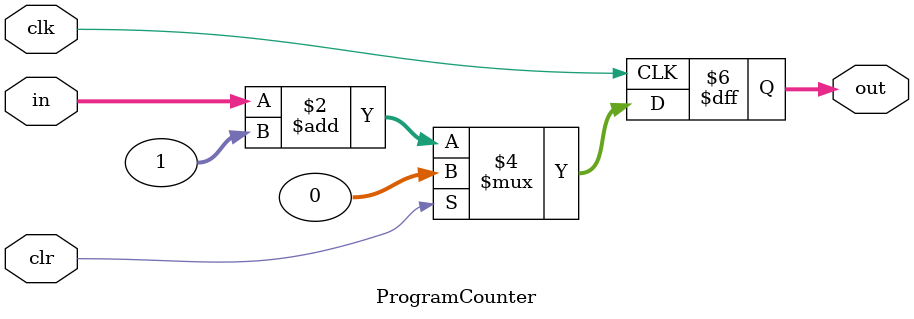
<source format=v>


module ProgramCounter #(parameter W = 32)
(input clk,
input clr,
input [W-1:0] in,
output reg [W-1:0] out); // the content of this register is an address


	always @(posedge clk) begin
		if (clr) out = 0;
		else out <= in + 1; //iterate though instructions in instruction register (ism.v)
	end

endmodule
</source>
